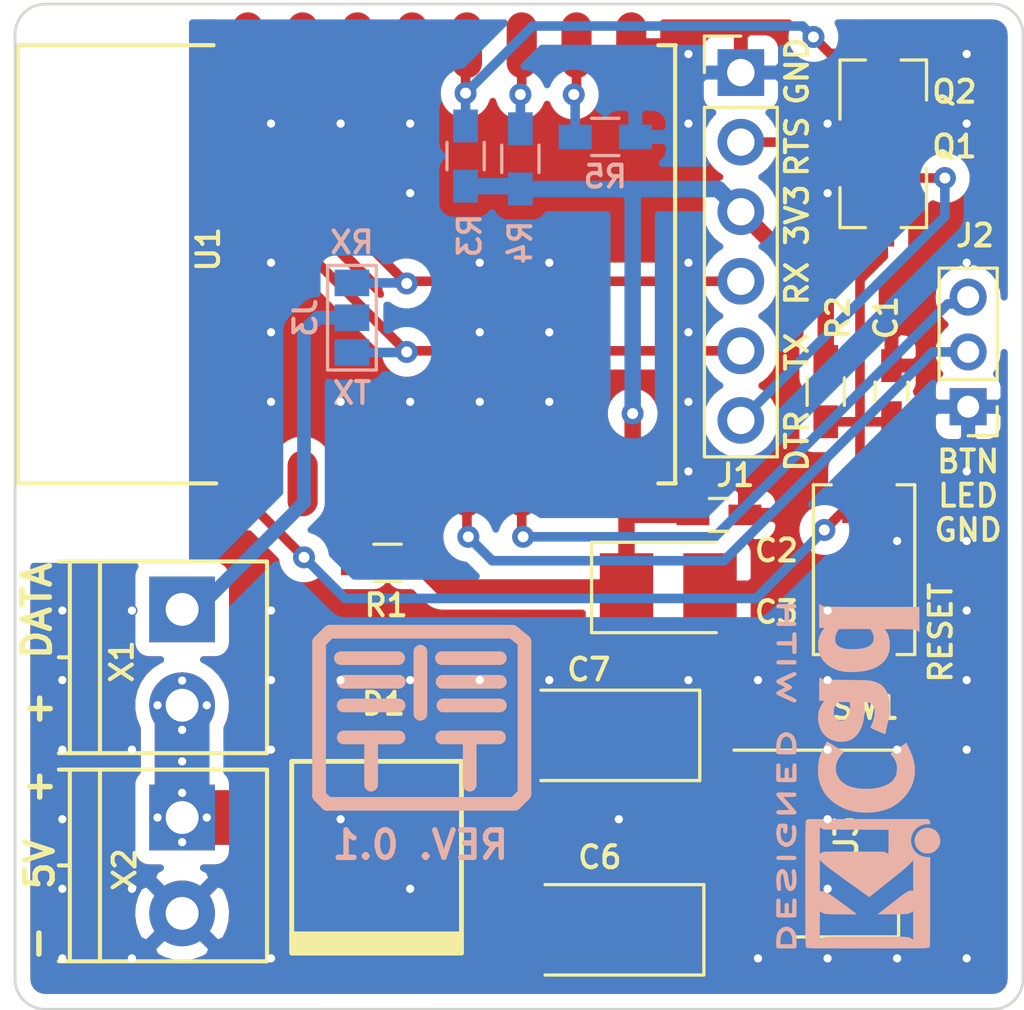
<source format=kicad_pcb>
(kicad_pcb (version 20170922) (host pcbnew "(2017-11-08 revision cd21218)-HEAD")
  (layers (0 F.Cu signal) (31 B.Cu signal) (34 B.Paste user) (35 F.Paste user) (36 B.SilkS user) (37 F.SilkS user) (38 B.Mask user) (39 F.Mask user) (44 Edge.Cuts user))
  (net 0 "")
  (net 1 GND)
  (net 2 +3V3)
  (net 3 "Net-(C6-Pad1)")
  (net 4 /RESET)
  (net 5 "Net-(D1-Pad2)")
  (net 6 /RX)
  (net 7 /TX)
  (net 8 /DTR)
  (net 9 /LED_BTN_SIGNALING)
  (net 10 /LED_BTN)
  (net 11 /RTS)
  (net 12 /GPIO0)
  (net 13 /EN)
  (net 14 /GPIO2)
  (net 15 /GPIO15)
  (net 16 /WS2812_DATA)
  (module Symbols:KiCad-Logo2_6mm_SilkScreen (layer B.Cu) (at 142 84.5 90)
    (fp_text reference REF*** hide)
    (fp_text value KiCad-Logo2_6mm_SilkScreen hide)
  )
  (module myfootprints.pretty:my_logo (layer B.Cu) (at 126 83 180)
    (fp_text reference REF** hide)
    (fp_text value my_logo hide)
  )
  (module Pin_Headers:Pin_Header_Straight_1x03_Pitch2.00mm (layer F.Cu) (at 146 71 180)
    (fp_text reference J2 (at -0.25 6.25 180) (layer F.SilkS) (effects (font (size 0.8 0.8))))
    (fp_text value LED_BTN)
    (pad 3 thru_hole oval (at 0 4 180) (size 1.35 1.35) (drill 0.8) (layers *.Cu *.Mask) (net 10 /LED_BTN))
    (pad 2 thru_hole oval (at 0 2 180) (size 1.35 1.35) (drill 0.8) (layers *.Cu *.Mask) (net 9 /LED_BTN_SIGNALING))
    (pad 1 thru_hole rect (at 0 0 180) (size 1.35 1.35) (drill 0.8) (layers *.Cu *.Mask) (net 1 GND))
  )
  (module Capacitors_Tantalum_SMD:CP_Tantalum_Case-B_EIA-3528-21_Hand (layer F.Cu) (at 132.3 90.1 180)
    (fp_text reference C6 (at -0.25 2.65 180) (layer F.SilkS) (effects (font (size 0.8 0.8))))
    (fp_text value 22u hide)
    (pad 1 smd rect (at -2.15 0 180) (size 3.2 2.5) (layers F.Cu F.Paste F.Mask) (net 3 "Net-(C6-Pad1)"))
    (pad 2 smd rect (at 2.15 0 180) (size 3.2 2.5) (layers F.Cu F.Paste F.Mask) (net 1 GND))
  )
  (module Capacitors_Tantalum_SMD:CP_Tantalum_Case-B_EIA-3528-21_Hand (layer F.Cu) (at 132.15 83 180)
    (fp_text reference C7 (at 0 2.4 180) (layer F.SilkS) (effects (font (size 0.8 0.8))))
    (fp_text value 10u hide)
    (pad 2 smd rect (at 2.15 0 180) (size 3.2 2.5) (layers F.Cu F.Paste F.Mask) (net 1 GND))
    (pad 1 smd rect (at -2.15 0 180) (size 3.2 2.5) (layers F.Cu F.Paste F.Mask) (net 2 +3V3))
  )
  (module TO_SOT_Packages_SMD:SOT-223 (layer F.Cu) (at 141.55 86.95)
    (fp_text reference U3 (at 0 -0.2 -90) (layer F.SilkS) (effects (font (size 0.8 0.8))))
    (fp_text value AMS1117-3.3 hide)
    (pad 1 smd rect (at -3.15 -2.3) (size 2 1.5) (layers F.Cu F.Paste F.Mask) (net 1 GND))
    (pad 3 smd rect (at -3.15 2.3) (size 2 1.5) (layers F.Cu F.Paste F.Mask) (net 3 "Net-(C6-Pad1)"))
    (pad 2 smd rect (at -3.15 0) (size 2 1.5) (layers F.Cu F.Paste F.Mask) (net 2 +3V3))
    (pad 4 smd rect (at 3.15 0) (size 2 3.8) (layers F.Cu F.Paste F.Mask))
  )
  (module Capacitors_SMD:C_0603_HandSoldering (layer F.Cu) (at 143.2 70.45 90)
    (fp_text reference C1 (at 2.7 -0.2 90) (layer F.SilkS) (effects (font (size 0.8 0.8))))
    (fp_text value 100n)
    (pad 1 smd rect (at -0.95 0 90) (size 1.2 0.75) (layers F.Cu F.Paste F.Mask) (net 4 /RESET))
    (pad 2 smd rect (at 0.95 0 90) (size 1.2 0.75) (layers F.Cu F.Paste F.Mask) (net 1 GND))
  )
  (module Capacitors_SMD:C_0603_HandSoldering (layer F.Cu) (at 136.9 74.95)
    (fp_text reference C2 (at 2.1 1.3 180) (layer F.SilkS) (effects (font (size 0.8 0.8))))
    (fp_text value 100n)
    (pad 2 smd rect (at 0.95 0) (size 1.2 0.75) (layers F.Cu F.Paste F.Mask) (net 1 GND))
    (pad 1 smd rect (at -0.95 0) (size 1.2 0.75) (layers F.Cu F.Paste F.Mask) (net 2 +3V3))
  )
  (module Capacitors_Tantalum_SMD:CP_Tantalum_Case-B_EIA-3528-21_Reflow (layer F.Cu) (at 135.05 77.6)
    (fp_text reference C3 (at 3.95 0.9) (layer F.SilkS) (effects (font (size 0.8 0.8))))
    (fp_text value 22u)
    (pad 1 smd rect (at -1.525 0) (size 1.95 2.5) (layers F.Cu F.Paste F.Mask) (net 2 +3V3))
    (pad 2 smd rect (at 1.525 0) (size 1.95 2.5) (layers F.Cu F.Paste F.Mask) (net 1 GND))
  )
  (module w_smd_diode.pretty:do214ab (layer F.Cu) (at 124.4 87.45 270)
    (fp_text reference D1 (at -5.6 -0.25) (layer F.SilkS) (effects (font (size 0.8 0.8))))
    (fp_text value SS34 hide)
    (pad 2 smd rect (at 3.39852 0 270) (size 1.99898 3.19786) (layers F.Cu F.Paste F.Mask) (net 5 "Net-(D1-Pad2)"))
    (pad 1 smd rect (at -3.39852 0 270) (size 1.99898 3.19786) (layers F.Cu F.Paste F.Mask) (net 3 "Net-(C6-Pad1)"))
  )
  (module Pin_Headers:Pin_Header_Straight_1x06_Pitch2.54mm (layer F.Cu) (at 137.7 58.8)
    (fp_text reference J1 (at -0.2 14.7) (layer F.SilkS) (effects (font (size 0.8 0.8))))
    (fp_text value Conn_01x06)
    (pad 1 thru_hole rect (at 0 0) (size 1.7 1.7) (drill 1) (layers *.Cu *.Mask) (net 1 GND))
    (pad 2 thru_hole oval (at 0 2.54) (size 1.7 1.7) (drill 1) (layers *.Cu *.Mask) (net 11 /RTS))
    (pad 3 thru_hole oval (at 0 5.08) (size 1.7 1.7) (drill 1) (layers *.Cu *.Mask) (net 2 +3V3))
    (pad 4 thru_hole oval (at 0 7.62) (size 1.7 1.7) (drill 1) (layers *.Cu *.Mask) (net 6 /RX))
    (pad 5 thru_hole oval (at 0 10.16) (size 1.7 1.7) (drill 1) (layers *.Cu *.Mask) (net 7 /TX))
    (pad 6 thru_hole oval (at 0 12.7) (size 1.7 1.7) (drill 1) (layers *.Cu *.Mask) (net 8 /DTR))
  )
  (module TO_SOT_Packages_SMD:SOT-23 (layer F.Cu) (at 142.9 63.7 270)
    (fp_text reference Q1 (at -2.2 -2.6) (layer F.SilkS) (effects (font (size 0.8 0.8))))
    (fp_text value MMBT3904)
    (pad 3 smd rect (at 1 0 270) (size 0.9 0.8) (layers F.Cu F.Paste F.Mask) (net 4 /RESET))
    (pad 2 smd rect (at -1 0.95 270) (size 0.9 0.8) (layers F.Cu F.Paste F.Mask) (net 11 /RTS))
    (pad 1 smd rect (at -1 -0.95 270) (size 0.9 0.8) (layers F.Cu F.Paste F.Mask) (net 8 /DTR))
  )
  (module TO_SOT_Packages_SMD:SOT-23 (layer F.Cu) (at 142.9 59.1 90)
    (fp_text reference Q2 (at -0.4 2.6 180) (layer F.SilkS) (effects (font (size 0.8 0.8))))
    (fp_text value MMBT3904)
    (pad 1 smd rect (at -1 -0.95 90) (size 0.9 0.8) (layers F.Cu F.Paste F.Mask) (net 11 /RTS))
    (pad 2 smd rect (at -1 0.95 90) (size 0.9 0.8) (layers F.Cu F.Paste F.Mask) (net 8 /DTR))
    (pad 3 smd rect (at 1 0 90) (size 0.9 0.8) (layers F.Cu F.Paste F.Mask) (net 12 /GPIO0))
  )
  (module Resistors_SMD:R_0603_HandSoldering (layer F.Cu) (at 124.8 76.7)
    (fp_text reference R1 (at -0.05 1.55) (layer F.SilkS) (effects (font (size 0.8 0.8))))
    (fp_text value 10K)
    (pad 1 smd rect (at -1.1 0) (size 1.2 0.9) (layers F.Cu F.Paste F.Mask) (net 13 /EN))
    (pad 2 smd rect (at 1.1 0) (size 1.2 0.9) (layers F.Cu F.Paste F.Mask) (net 2 +3V3))
  )
  (module Resistors_SMD:R_0603_HandSoldering (layer F.Cu) (at 140.8 70.45 90)
    (fp_text reference R2 (at 2.7 0.45 90) (layer F.SilkS) (effects (font (size 0.8 0.8))))
    (fp_text value 10K)
    (pad 2 smd rect (at 1.1 0 90) (size 1.2 0.9) (layers F.Cu F.Paste F.Mask) (net 2 +3V3))
    (pad 1 smd rect (at -1.1 0 90) (size 1.2 0.9) (layers F.Cu F.Paste F.Mask) (net 4 /RESET))
  )
  (module Resistors_SMD:R_0603_HandSoldering (layer B.Cu) (at 127.65 61.85 270)
    (fp_text reference R3 (at 2.9 -0.15 270) (layer B.SilkS) (effects (font (size 0.8 0.8)) (justify mirror)))
    (fp_text value 10K)
    (pad 1 smd rect (at -1.1 0 270) (size 1.2 0.9) (layers B.Cu B.Paste B.Mask) (net 12 /GPIO0))
    (pad 2 smd rect (at 1.1 0 270) (size 1.2 0.9) (layers B.Cu B.Paste B.Mask) (net 2 +3V3))
  )
  (module Resistors_SMD:R_0603_HandSoldering (layer B.Cu) (at 129.65 61.95 270)
    (fp_text reference R4 (at 3.05 0 270) (layer B.SilkS) (effects (font (size 0.8 0.8)) (justify mirror)))
    (fp_text value 10K)
    (pad 2 smd rect (at 1.1 0 270) (size 1.2 0.9) (layers B.Cu B.Paste B.Mask) (net 2 +3V3))
    (pad 1 smd rect (at -1.1 0 270) (size 1.2 0.9) (layers B.Cu B.Paste B.Mask) (net 14 /GPIO2))
  )
  (module Resistors_SMD:R_0603_HandSoldering (layer B.Cu) (at 132.75 61.15)
    (fp_text reference R5 (at 0 1.45) (layer B.SilkS) (effects (font (size 0.8 0.8)) (justify mirror)))
    (fp_text value 10K)
    (pad 1 smd rect (at -1.1 0) (size 1.2 0.9) (layers B.Cu B.Paste B.Mask) (net 15 /GPIO15))
    (pad 2 smd rect (at 1.1 0) (size 1.2 0.9) (layers B.Cu B.Paste B.Mask) (net 1 GND))
  )
  (module Buttons_Switches_SMD:SW_SPST_EVQPE1 (layer F.Cu) (at 142.2 76.95 270)
    (fp_text reference SW1 (at 5.05 -0.05) (layer F.SilkS) (effects (font (size 0.8 0.8))))
    (fp_text value RESET (at 2.3 -2.8 270) (layer F.SilkS) (effects (font (size 0.8 0.8))))
    (pad 2 smd rect (at 2.7 0 270) (size 2 1.6) (layers F.Cu F.Paste F.Mask) (net 1 GND))
    (pad 1 smd rect (at -2.7 0 270) (size 2 1.6) (layers F.Cu F.Paste F.Mask) (net 4 /RESET))
  )
  (module myfootprints.pretty:ESP-12 (layer F.Cu) (at 119.7 73.8 90)
    (fp_text reference U1 (at 8.55 -1.45 -90) (layer F.SilkS) (effects (font (size 0.8 0.8))))
    (fp_text value ESP-12)
    (pad 16 smd oval (at 16 0 90) (size 2.4 1.1) (layers F.Cu F.Paste F.Mask) (net 7 /TX))
    (pad 15 smd oval (at 16 2 90) (size 2.4 1.1) (layers F.Cu F.Paste F.Mask) (net 6 /RX))
    (pad 14 smd oval (at 16 4 90) (size 2.4 1.1) (layers F.Cu F.Paste F.Mask))
    (pad 13 smd oval (at 16 6 90) (size 2.4 1.1) (layers F.Cu F.Paste F.Mask))
    (pad 12 smd oval (at 16 8 90) (size 2.4 1.1) (layers F.Cu F.Paste F.Mask) (net 12 /GPIO0))
    (pad 11 smd oval (at 16 10 90) (size 2.4 1.1) (layers F.Cu F.Paste F.Mask) (net 14 /GPIO2))
    (pad 10 smd oval (at 16 12 90) (size 2.4 1.1) (layers F.Cu F.Paste F.Mask) (net 15 /GPIO15))
    (pad 9 smd oval (at 16 14 90) (size 2.4 1.1) (layers F.Cu F.Paste F.Mask) (net 1 GND))
    (pad 8 smd oval (at 0 14 90) (size 2.4 1.1) (layers F.Cu F.Paste F.Mask) (net 2 +3V3))
    (pad 7 smd oval (at 0 12 90) (size 2.4 1.1) (layers F.Cu F.Paste F.Mask))
    (pad 6 smd oval (at 0 10 90) (size 2.4 1.1) (layers F.Cu F.Paste F.Mask) (net 10 /LED_BTN))
    (pad 5 smd oval (at 0 8 90) (size 2.4 1.1) (layers F.Cu F.Paste F.Mask) (net 9 /LED_BTN_SIGNALING))
    (pad 4 smd oval (at 0 6 90) (size 2.4 1.1) (layers F.Cu F.Paste F.Mask))
    (pad 3 smd oval (at 0 4 90) (size 2.4 1.1) (layers F.Cu F.Paste F.Mask) (net 13 /EN))
    (pad 2 smd oval (at 0 2 90) (size 2.4 1.1) (layers F.Cu F.Paste F.Mask))
    (pad 1 smd rect (at 0 0 90) (size 2.4 1.1) (layers F.Cu F.Paste F.Mask) (net 4 /RESET))
  )
  (module TerminalBlock_Phoenix:TerminalBlock_Phoenix_PT-3.5mm_2pol (layer F.Cu) (at 117.3 78.4 270)
    (fp_text reference X1 (at 1.9 2.2 270) (layer F.SilkS) (effects (font (size 0.8 0.8))))
    (fp_text value WS2812)
    (pad 2 thru_hole circle (at 3.5 0 270) (size 2.4 2.4) (drill 1.2) (layers *.Cu *.Mask) (net 5 "Net-(D1-Pad2)"))
    (pad 1 thru_hole rect (at 0 0 270) (size 2.4 2.4) (drill 1.2) (layers *.Cu *.Mask) (net 16 /WS2812_DATA))
  )
  (module TerminalBlock_Phoenix:TerminalBlock_Phoenix_PT-3.5mm_2pol (layer F.Cu) (at 117.3 86 270)
    (fp_text reference X2 (at 1.9 2.1 270) (layer F.SilkS) (effects (font (size 0.8 0.8))))
    (fp_text value 5V)
    (pad 1 thru_hole rect (at 0 0 270) (size 2.4 2.4) (drill 1.2) (layers *.Cu *.Mask) (net 5 "Net-(D1-Pad2)"))
    (pad 2 thru_hole circle (at 3.5 0 270) (size 2.4 2.4) (drill 1.2) (layers *.Cu *.Mask) (net 1 GND))
  )
  (module Connectors:GS3 (layer B.Cu) (at 123.5 67.75)
    (fp_text reference J3 (at -1.7 0 -90) (layer B.SilkS) (effects (font (size 0.8 0.8)) (justify mirror)))
    (fp_text value GS3)
    (pad 1 smd rect (at 0 1.27) (size 1.27 0.97) (layers B.Cu B.Paste B.Mask) (net 7 /TX))
    (pad 2 smd rect (at 0 0) (size 1.27 0.97) (layers B.Cu B.Paste B.Mask) (net 16 /WS2812_DATA))
    (pad 3 smd rect (at 0 -1.27) (size 1.27 0.97) (layers B.Cu B.Paste B.Mask) (net 6 /RX))
  )
  (module VIA_MATRIX (layer F.Cu) (at 135.7865 58.122143)
    (fp_text reference V10_1 hide)
    (fp_text value AUTO_VIA hide)
    (pad 1 thru_hole circle (at 0 0) (size 0.4 0.4) (drill 0.3) (layers *.Cu) (net 1 GND) (clearance 0.3))
  )
  (module VIA_MATRIX (layer F.Cu) (at 145.9465 58.122143)
    (fp_text reference V14_1 hide)
    (fp_text value AUTO_VIA hide)
    (pad 1 thru_hole circle (at 0 0) (size 0.4 0.4) (drill 0.3) (layers *.Cu) (net 1 GND) (clearance 0.3))
  )
  (module VIA_MATRIX (layer F.Cu) (at 120.5465 60.662143)
    (fp_text reference V4_2 hide)
    (fp_text value AUTO_VIA hide)
    (pad 1 thru_hole circle (at 0 0) (size 0.4 0.4) (drill 0.3) (layers *.Cu) (net 1 GND) (clearance 0.3))
  )
  (module VIA_MATRIX (layer F.Cu) (at 123.0865 60.662143)
    (fp_text reference V5_2 hide)
    (fp_text value AUTO_VIA hide)
    (pad 1 thru_hole circle (at 0 0) (size 0.4 0.4) (drill 0.3) (layers *.Cu) (net 1 GND) (clearance 0.3))
  )
  (module VIA_MATRIX (layer F.Cu) (at 125.6265 60.662143)
    (fp_text reference V6_2 hide)
    (fp_text value AUTO_VIA hide)
    (pad 1 thru_hole circle (at 0 0) (size 0.4 0.4) (drill 0.3) (layers *.Cu) (net 1 GND) (clearance 0.3))
  )
  (module VIA_MATRIX (layer F.Cu) (at 135.7865 60.662143)
    (fp_text reference V10_2 hide)
    (fp_text value AUTO_VIA hide)
    (pad 1 thru_hole circle (at 0 0) (size 0.4 0.4) (drill 0.3) (layers *.Cu) (net 1 GND) (clearance 0.3))
  )
  (module VIA_MATRIX (layer F.Cu) (at 140.8665 60.662143)
    (fp_text reference V12_2 hide)
    (fp_text value AUTO_VIA hide)
    (pad 1 thru_hole circle (at 0 0) (size 0.4 0.4) (drill 0.3) (layers *.Cu) (net 1 GND) (clearance 0.3))
  )
  (module VIA_MATRIX (layer F.Cu) (at 145.9465 60.662143)
    (fp_text reference V14_2 hide)
    (fp_text value AUTO_VIA hide)
    (pad 1 thru_hole circle (at 0 0) (size 0.4 0.4) (drill 0.3) (layers *.Cu) (net 1 GND) (clearance 0.3))
  )
  (module VIA_MATRIX (layer F.Cu) (at 125.6265 63.202143)
    (fp_text reference V6_3 hide)
    (fp_text value AUTO_VIA hide)
    (pad 1 thru_hole circle (at 0 0) (size 0.4 0.4) (drill 0.3) (layers *.Cu) (net 1 GND) (clearance 0.3))
  )
  (module VIA_MATRIX (layer F.Cu) (at 140.8665 63.202143)
    (fp_text reference V12_3 hide)
    (fp_text value AUTO_VIA hide)
    (pad 1 thru_hole circle (at 0 0) (size 0.4 0.4) (drill 0.3) (layers *.Cu) (net 1 GND) (clearance 0.3))
  )
  (module VIA_MATRIX (layer F.Cu) (at 120.5465 65.742143)
    (fp_text reference V4_4 hide)
    (fp_text value AUTO_VIA hide)
    (pad 1 thru_hole circle (at 0 0) (size 0.4 0.4) (drill 0.3) (layers *.Cu) (net 1 GND) (clearance 0.3))
  )
  (module VIA_MATRIX (layer F.Cu) (at 128.1665 65.742143)
    (fp_text reference V7_4 hide)
    (fp_text value AUTO_VIA hide)
    (pad 1 thru_hole circle (at 0 0) (size 0.4 0.4) (drill 0.3) (layers *.Cu) (net 1 GND) (clearance 0.3))
  )
  (module VIA_MATRIX (layer F.Cu) (at 130.7065 65.742143)
    (fp_text reference V8_4 hide)
    (fp_text value AUTO_VIA hide)
    (pad 1 thru_hole circle (at 0 0) (size 0.4 0.4) (drill 0.3) (layers *.Cu) (net 1 GND) (clearance 0.3))
  )
  (module VIA_MATRIX (layer F.Cu) (at 135.7865 65.742143)
    (fp_text reference V10_4 hide)
    (fp_text value AUTO_VIA hide)
    (pad 1 thru_hole circle (at 0 0) (size 0.4 0.4) (drill 0.3) (layers *.Cu) (net 1 GND) (clearance 0.3))
  )
  (module VIA_MATRIX (layer F.Cu) (at 145.9465 65.742143)
    (fp_text reference V14_4 hide)
    (fp_text value AUTO_VIA hide)
    (pad 1 thru_hole circle (at 0 0) (size 0.4 0.4) (drill 0.3) (layers *.Cu) (net 1 GND) (clearance 0.3))
  )
  (module VIA_MATRIX (layer F.Cu) (at 120.5465 68.282143)
    (fp_text reference V4_5 hide)
    (fp_text value AUTO_VIA hide)
    (pad 1 thru_hole circle (at 0 0) (size 0.4 0.4) (drill 0.3) (layers *.Cu) (net 1 GND) (clearance 0.3))
  )
  (module VIA_MATRIX (layer F.Cu) (at 128.1665 68.282143)
    (fp_text reference V7_5 hide)
    (fp_text value AUTO_VIA hide)
    (pad 1 thru_hole circle (at 0 0) (size 0.4 0.4) (drill 0.3) (layers *.Cu) (net 1 GND) (clearance 0.3))
  )
  (module VIA_MATRIX (layer F.Cu) (at 130.7065 68.282143)
    (fp_text reference V8_5 hide)
    (fp_text value AUTO_VIA hide)
    (pad 1 thru_hole circle (at 0 0) (size 0.4 0.4) (drill 0.3) (layers *.Cu) (net 1 GND) (clearance 0.3))
  )
  (module VIA_MATRIX (layer F.Cu) (at 135.7865 68.282143)
    (fp_text reference V10_5 hide)
    (fp_text value AUTO_VIA hide)
    (pad 1 thru_hole circle (at 0 0) (size 0.4 0.4) (drill 0.3) (layers *.Cu) (net 1 GND) (clearance 0.3))
  )
  (module VIA_MATRIX (layer F.Cu) (at 120.5465 70.822143)
    (fp_text reference V4_6 hide)
    (fp_text value AUTO_VIA hide)
    (pad 1 thru_hole circle (at 0 0) (size 0.4 0.4) (drill 0.3) (layers *.Cu) (net 1 GND) (clearance 0.3))
  )
  (module VIA_MATRIX (layer F.Cu) (at 123.0865 70.822143)
    (fp_text reference V5_6 hide)
    (fp_text value AUTO_VIA hide)
    (pad 1 thru_hole circle (at 0 0) (size 0.4 0.4) (drill 0.3) (layers *.Cu) (net 1 GND) (clearance 0.3))
  )
  (module VIA_MATRIX (layer F.Cu) (at 125.6265 70.822143)
    (fp_text reference V6_6 hide)
    (fp_text value AUTO_VIA hide)
    (pad 1 thru_hole circle (at 0 0) (size 0.4 0.4) (drill 0.3) (layers *.Cu) (net 1 GND) (clearance 0.3))
  )
  (module VIA_MATRIX (layer F.Cu) (at 128.1665 70.822143)
    (fp_text reference V7_6 hide)
    (fp_text value AUTO_VIA hide)
    (pad 1 thru_hole circle (at 0 0) (size 0.4 0.4) (drill 0.3) (layers *.Cu) (net 1 GND) (clearance 0.3))
  )
  (module VIA_MATRIX (layer F.Cu) (at 130.7065 70.822143)
    (fp_text reference V8_6 hide)
    (fp_text value AUTO_VIA hide)
    (pad 1 thru_hole circle (at 0 0) (size 0.4 0.4) (drill 0.3) (layers *.Cu) (net 1 GND) (clearance 0.3))
  )
  (module VIA_MATRIX (layer F.Cu) (at 135.7865 70.822143)
    (fp_text reference V10_6 hide)
    (fp_text value AUTO_VIA hide)
    (pad 1 thru_hole circle (at 0 0) (size 0.4 0.4) (drill 0.3) (layers *.Cu) (net 1 GND) (clearance 0.3))
  )
  (module VIA_MATRIX (layer F.Cu) (at 135.7865 73.362143)
    (fp_text reference V10_7 hide)
    (fp_text value AUTO_VIA hide)
    (pad 1 thru_hole circle (at 0 0) (size 0.4 0.4) (drill 0.3) (layers *.Cu) (net 1 GND) (clearance 0.3))
  )
  (module VIA_MATRIX (layer F.Cu) (at 145.9465 73.362143)
    (fp_text reference V14_7 hide)
    (fp_text value AUTO_VIA hide)
    (pad 1 thru_hole circle (at 0 0) (size 0.4 0.4) (drill 0.3) (layers *.Cu) (net 1 GND) (clearance 0.3))
  )
  (module VIA_MATRIX (layer F.Cu) (at 143.4065 75.902143)
    (fp_text reference V13_8 hide)
    (fp_text value AUTO_VIA hide)
    (pad 1 thru_hole circle (at 0 0) (size 0.4 0.4) (drill 0.3) (layers *.Cu) (net 1 GND) (clearance 0.3))
  )
  (module VIA_MATRIX (layer F.Cu) (at 145.9465 75.902143)
    (fp_text reference V14_8 hide)
    (fp_text value AUTO_VIA hide)
    (pad 1 thru_hole circle (at 0 0) (size 0.4 0.4) (drill 0.3) (layers *.Cu) (net 1 GND) (clearance 0.3))
  )
  (module VIA_MATRIX (layer F.Cu) (at 112.9265 78.442143)
    (fp_text reference V1_9 hide)
    (fp_text value AUTO_VIA hide)
    (pad 1 thru_hole circle (at 0 0) (size 0.4 0.4) (drill 0.3) (layers *.Cu) (net 1 GND) (clearance 0.3))
  )
  (module VIA_MATRIX (layer F.Cu) (at 115.4665 78.442143)
    (fp_text reference V2_9 hide)
    (fp_text value AUTO_VIA hide)
    (pad 1 thru_hole circle (at 0 0) (size 0.4 0.4) (drill 0.3) (layers *.Cu) (net 1 GND) (clearance 0.3))
  )
  (module VIA_MATRIX (layer F.Cu) (at 120.5465 78.442143)
    (fp_text reference V4_9 hide)
    (fp_text value AUTO_VIA hide)
    (pad 1 thru_hole circle (at 0 0) (size 0.4 0.4) (drill 0.3) (layers *.Cu) (net 1 GND) (clearance 0.3))
  )
  (module VIA_MATRIX (layer F.Cu) (at 140.8665 78.442143)
    (fp_text reference V12_9 hide)
    (fp_text value AUTO_VIA hide)
    (pad 1 thru_hole circle (at 0 0) (size 0.4 0.4) (drill 0.3) (layers *.Cu) (net 1 GND) (clearance 0.3))
  )
  (module VIA_MATRIX (layer F.Cu) (at 145.9465 78.442143)
    (fp_text reference V14_9 hide)
    (fp_text value AUTO_VIA hide)
    (pad 1 thru_hole circle (at 0 0) (size 0.4 0.4) (drill 0.3) (layers *.Cu) (net 1 GND) (clearance 0.3))
  )
  (module VIA_MATRIX (layer F.Cu) (at 112.9265 80.982143)
    (fp_text reference V1_10 hide)
    (fp_text value AUTO_VIA hide)
    (pad 1 thru_hole circle (at 0 0) (size 0.4 0.4) (drill 0.3) (layers *.Cu) (net 1 GND) (clearance 0.3))
  )
  (module VIA_MATRIX (layer F.Cu) (at 120.5465 80.982143)
    (fp_text reference V4_10 hide)
    (fp_text value AUTO_VIA hide)
    (pad 1 thru_hole circle (at 0 0) (size 0.4 0.4) (drill 0.3) (layers *.Cu) (net 1 GND) (clearance 0.3))
  )
  (module VIA_MATRIX (layer F.Cu) (at 123.0865 80.982143)
    (fp_text reference V5_10 hide)
    (fp_text value AUTO_VIA hide)
    (pad 1 thru_hole circle (at 0 0) (size 0.4 0.4) (drill 0.3) (layers *.Cu) (net 1 GND) (clearance 0.3))
  )
  (module VIA_MATRIX (layer F.Cu) (at 125.6265 80.982143)
    (fp_text reference V6_10 hide)
    (fp_text value AUTO_VIA hide)
    (pad 1 thru_hole circle (at 0 0) (size 0.4 0.4) (drill 0.3) (layers *.Cu) (net 1 GND) (clearance 0.3))
  )
  (module VIA_MATRIX (layer F.Cu) (at 128.1665 80.982143)
    (fp_text reference V7_10 hide)
    (fp_text value AUTO_VIA hide)
    (pad 1 thru_hole circle (at 0 0) (size 0.4 0.4) (drill 0.3) (layers *.Cu) (net 1 GND) (clearance 0.3))
  )
  (module VIA_MATRIX (layer F.Cu) (at 130.7065 80.982143)
    (fp_text reference V8_10 hide)
    (fp_text value AUTO_VIA hide)
    (pad 1 thru_hole circle (at 0 0) (size 0.4 0.4) (drill 0.3) (layers *.Cu) (net 1 GND) (clearance 0.3))
  )
  (module VIA_MATRIX (layer F.Cu) (at 135.7865 80.982143)
    (fp_text reference V10_10 hide)
    (fp_text value AUTO_VIA hide)
    (pad 1 thru_hole circle (at 0 0) (size 0.4 0.4) (drill 0.3) (layers *.Cu) (net 1 GND) (clearance 0.3))
  )
  (module VIA_MATRIX (layer F.Cu) (at 138.3265 80.982143)
    (fp_text reference V11_10 hide)
    (fp_text value AUTO_VIA hide)
    (pad 1 thru_hole circle (at 0 0) (size 0.4 0.4) (drill 0.3) (layers *.Cu) (net 1 GND) (clearance 0.3))
  )
  (module VIA_MATRIX (layer F.Cu) (at 140.8665 80.982143)
    (fp_text reference V12_10 hide)
    (fp_text value AUTO_VIA hide)
    (pad 1 thru_hole circle (at 0 0) (size 0.4 0.4) (drill 0.3) (layers *.Cu) (net 1 GND) (clearance 0.3))
  )
  (module VIA_MATRIX (layer F.Cu) (at 145.9465 80.982143)
    (fp_text reference V14_10 hide)
    (fp_text value AUTO_VIA hide)
    (pad 1 thru_hole circle (at 0 0) (size 0.4 0.4) (drill 0.3) (layers *.Cu) (net 1 GND) (clearance 0.3))
  )
  (module VIA_MATRIX (layer F.Cu) (at 112.9265 83.522143)
    (fp_text reference V1_11 hide)
    (fp_text value AUTO_VIA hide)
    (pad 1 thru_hole circle (at 0 0) (size 0.4 0.4) (drill 0.3) (layers *.Cu) (net 1 GND) (clearance 0.3))
  )
  (module VIA_MATRIX (layer F.Cu) (at 115.4665 83.522143)
    (fp_text reference V2_11 hide)
    (fp_text value AUTO_VIA hide)
    (pad 1 thru_hole circle (at 0 0) (size 0.4 0.4) (drill 0.3) (layers *.Cu) (net 1 GND) (clearance 0.3))
  )
  (module VIA_MATRIX (layer F.Cu) (at 120.5465 83.522143)
    (fp_text reference V4_11 hide)
    (fp_text value AUTO_VIA hide)
    (pad 1 thru_hole circle (at 0 0) (size 0.4 0.4) (drill 0.3) (layers *.Cu) (net 1 GND) (clearance 0.3))
  )
  (module VIA_MATRIX (layer F.Cu) (at 140.8665 83.522143)
    (fp_text reference V12_11 hide)
    (fp_text value AUTO_VIA hide)
    (pad 1 thru_hole circle (at 0 0) (size 0.4 0.4) (drill 0.3) (layers *.Cu) (net 1 GND) (clearance 0.3))
  )
  (module VIA_MATRIX (layer F.Cu) (at 143.4065 83.522143)
    (fp_text reference V13_11 hide)
    (fp_text value AUTO_VIA hide)
    (pad 1 thru_hole circle (at 0 0) (size 0.4 0.4) (drill 0.3) (layers *.Cu) (net 1 GND) (clearance 0.3))
  )
  (module VIA_MATRIX (layer F.Cu) (at 145.9465 83.522143)
    (fp_text reference V14_11 hide)
    (fp_text value AUTO_VIA hide)
    (pad 1 thru_hole circle (at 0 0) (size 0.4 0.4) (drill 0.3) (layers *.Cu) (net 1 GND) (clearance 0.3))
  )
  (module VIA_MATRIX (layer F.Cu) (at 112.9265 86.062143)
    (fp_text reference V1_12 hide)
    (fp_text value AUTO_VIA hide)
    (pad 1 thru_hole circle (at 0 0) (size 0.4 0.4) (drill 0.3) (layers *.Cu) (net 1 GND) (clearance 0.3))
  )
  (module VIA_MATRIX (layer F.Cu) (at 123.0865 86.062143)
    (fp_text reference V5_12 hide)
    (fp_text value AUTO_VIA hide)
    (pad 1 thru_hole circle (at 0 0) (size 0.4 0.4) (drill 0.3) (layers *.Cu) (net 1 GND) (clearance 0.3))
  )
  (module VIA_MATRIX (layer F.Cu) (at 133.2465 86.062143)
    (fp_text reference V9_12 hide)
    (fp_text value AUTO_VIA hide)
    (pad 1 thru_hole circle (at 0 0) (size 0.4 0.4) (drill 0.3) (layers *.Cu) (net 1 GND) (clearance 0.3))
  )
  (module VIA_MATRIX (layer F.Cu) (at 140.8665 86.062143)
    (fp_text reference V12_12 hide)
    (fp_text value AUTO_VIA hide)
    (pad 1 thru_hole circle (at 0 0) (size 0.4 0.4) (drill 0.3) (layers *.Cu) (net 1 GND) (clearance 0.3))
  )
  (module VIA_MATRIX (layer F.Cu) (at 112.9265 88.602143)
    (fp_text reference V1_13 hide)
    (fp_text value AUTO_VIA hide)
    (pad 1 thru_hole circle (at 0 0) (size 0.4 0.4) (drill 0.3) (layers *.Cu) (net 1 GND) (clearance 0.3))
  )
  (module VIA_MATRIX (layer F.Cu) (at 115.4665 88.602143)
    (fp_text reference V2_13 hide)
    (fp_text value AUTO_VIA hide)
    (pad 1 thru_hole circle (at 0 0) (size 0.4 0.4) (drill 0.3) (layers *.Cu) (net 1 GND) (clearance 0.3))
  )
  (module VIA_MATRIX (layer F.Cu) (at 125.6265 88.602143)
    (fp_text reference V6_13 hide)
    (fp_text value AUTO_VIA hide)
    (pad 1 thru_hole circle (at 0 0) (size 0.4 0.4) (drill 0.3) (layers *.Cu) (net 1 GND) (clearance 0.3))
  )
  (module VIA_MATRIX (layer F.Cu) (at 140.8665 88.602143)
    (fp_text reference V12_13 hide)
    (fp_text value AUTO_VIA hide)
    (pad 1 thru_hole circle (at 0 0) (size 0.4 0.4) (drill 0.3) (layers *.Cu) (net 1 GND) (clearance 0.3))
  )
  (module VIA_MATRIX (layer F.Cu) (at 112.9265 91.142143)
    (fp_text reference V1_14 hide)
    (fp_text value AUTO_VIA hide)
    (pad 1 thru_hole circle (at 0 0) (size 0.4 0.4) (drill 0.3) (layers *.Cu) (net 1 GND) (clearance 0.3))
  )
  (module VIA_MATRIX (layer F.Cu) (at 115.4665 91.142143)
    (fp_text reference V2_14 hide)
    (fp_text value AUTO_VIA hide)
    (pad 1 thru_hole circle (at 0 0) (size 0.4 0.4) (drill 0.3) (layers *.Cu) (net 1 GND) (clearance 0.3))
  )
  (module VIA_MATRIX (layer F.Cu) (at 120.5465 91.142143)
    (fp_text reference V4_14 hide)
    (fp_text value AUTO_VIA hide)
    (pad 1 thru_hole circle (at 0 0) (size 0.4 0.4) (drill 0.3) (layers *.Cu) (net 1 GND) (clearance 0.3))
  )
  (module VIA_MATRIX (layer F.Cu) (at 138.3265 91.142143)
    (fp_text reference V11_14 hide)
    (fp_text value AUTO_VIA hide)
    (pad 1 thru_hole circle (at 0 0) (size 0.4 0.4) (drill 0.3) (layers *.Cu) (net 1 GND) (clearance 0.3))
  )
  (module VIA_MATRIX (layer F.Cu) (at 140.8665 91.142143)
    (fp_text reference V12_14 hide)
    (fp_text value AUTO_VIA hide)
    (pad 1 thru_hole circle (at 0 0) (size 0.4 0.4) (drill 0.3) (layers *.Cu) (net 1 GND) (clearance 0.3))
  )
  (module VIA_MATRIX (layer F.Cu) (at 143.4065 91.142143)
    (fp_text reference V13_14 hide)
    (fp_text value AUTO_VIA hide)
    (pad 1 thru_hole circle (at 0 0) (size 0.4 0.4) (drill 0.3) (layers *.Cu) (net 1 GND) (clearance 0.3))
  )
  (module VIA_MATRIX (layer F.Cu) (at 145.9465 91.142143)
    (fp_text reference V14_14 hide)
    (fp_text value AUTO_VIA hide)
    (pad 1 thru_hole circle (at 0 0) (size 0.4 0.4) (drill 0.3) (layers *.Cu) (net 1 GND) (clearance 0.3))
  )
  (gr_text GND (at 146 75.5) (layer F.SilkS) (effects (font (size 0.8 0.8))))
  (gr_text LED (at 146 74.25) (layer F.SilkS) (effects (font (size 0.8 0.8))))
  (gr_text BTN (at 146 73) (layer F.SilkS) (effects (font (size 0.8 0.8))))
  (gr_text GND (at 139.75 58.75 90) (layer F.SilkS) (effects (font (size 0.8 0.8))))
  (gr_text RTS (at 139.75 61.5 90) (layer F.SilkS) (effects (font (size 0.8 0.8))))
  (gr_text 3V3 (at 139.75 64 90) (layer F.SilkS) (effects (font (size 0.8 0.8))))
  (gr_text RX (at 139.75 66.5 90) (layer F.SilkS) (effects (font (size 0.8 0.8))))
  (gr_text TX (at 139.75 69 90) (layer F.SilkS) (effects (font (size 0.8 0.8))))
  (gr_text DTR (at 139.75 72.25 90) (layer F.SilkS) (effects (font (size 0.8 0.8))))
  (gr_text RX (at 123.5 65) (layer B.SilkS) (effects (font (size 0.8 0.8)) (justify mirror)))
  (gr_text TX (at 123.5 70.5) (layer B.SilkS) (effects (font (size 0.8 0.8)) (justify mirror)))
  (gr_text DATA (at 112 78.45 90) (layer F.SilkS) (effects (font (size 1 1) (thickness 0.2))))
  (gr_text 5V (at 112.1 87.7 90) (layer F.SilkS) (effects (font (size 1 1) (thickness 0.2))))
  (gr_text + (at 112.1 81.95) (layer F.SilkS) (effects (font (size 1 1) (thickness 0.2)) (justify mirror)))
  (gr_arc (start 146.9 91.9) (end 146.9 93) (angle -90) (layer Edge.Cuts) (width 0.1))
  (gr_arc (start 112.3 57.4) (end 112.3 56.3) (angle -90) (layer Edge.Cuts) (width 0.1))
  (gr_text "REV. 0.1" (at 126 87) (layer B.SilkS) (effects (font (size 1 1) (thickness 0.2)) (justify mirror)))
  (gr_text + (at 112.1 84.8) (layer F.SilkS) (effects (font (size 1 1) (thickness 0.2)) (justify mirror)))
  (gr_text - (at 112 90.6 90) (layer F.SilkS) (effects (font (size 1 1) (thickness 0.2)) (justify mirror)))
  (gr_arc (start 112.3 91.9) (end 111.2 91.9) (angle -90) (layer Edge.Cuts) (width 0.1))
  (gr_arc (start 146.9 57.4) (end 148 57.4) (angle -90) (layer Edge.Cuts) (width 0.1))
  (gr_line (start 111.2 91.90014) (end 111.2 57.4) (layer Edge.Cuts) (width 0.1))
  (gr_line (start 146.9 93) (end 112.29986 93) (layer Edge.Cuts) (width 0.1))
  (gr_line (start 148 57.39986) (end 148 91.9) (layer Edge.Cuts) (width 0.1))
  (gr_line (start 112.3 56.3) (end 146.9 56.3) (layer Edge.Cuts) (width 0.1))
  (segment (start 125.95 76.75) (end 125.9 76.7) (width 0.6) (layer F.Cu) (net 2))
  (segment (start 133.525 77.6) (end 126.8 77.6) (width 0.6) (layer F.Cu) (net 2))
  (segment (start 126.8 77.6) (end 125.95 76.75) (width 0.6) (layer F.Cu) (net 2))
  (segment (start 129.65 63.05) (end 133.5 63.05) (width 0.6) (layer B.Cu) (net 2))
  (segment (start 133.5 63.05) (end 136.87 63.05) (width 0.6) (layer B.Cu) (net 2))
  (segment (start 133.75 71.25) (end 133.75 63.3) (width 0.6) (layer B.Cu) (net 2))
  (segment (start 133.75 63.3) (end 133.5 63.05) (width 0.6) (layer B.Cu) (net 2))
  (segment (start 136.87 63.05) (end 137.7 63.88) (width 0.6) (layer B.Cu) (net 2))
  (segment (start 127.65 62.95) (end 129.55 62.95) (width 0.6) (layer B.Cu) (net 2))
  (segment (start 129.55 62.95) (end 129.65 63.05) (width 0.6) (layer B.Cu) (net 2))
  (segment (start 133.75 71.25) (end 133.75 73.75) (width 0.6) (layer F.Cu) (net 2))
  (via (at 133.75 71.25) (size 0.8) (drill 0.4) (layers F.Cu B.Cu) (net 2))
  (segment (start 133.75 73.75) (end 133.7 73.8) (width 0.35) (layer F.Cu) (net 2))
  (segment (start 131.2 86.5) (end 134.45 89.75) (width 1) (layer F.Cu) (net 3))
  (segment (start 124.99944 84.05148) (end 127.44796 86.5) (width 1) (layer F.Cu) (net 3))
  (segment (start 127.44796 86.5) (end 131.2 86.5) (width 1) (layer F.Cu) (net 3))
  (segment (start 124.4 84.05148) (end 124.99944 84.05148) (width 1) (layer F.Cu) (net 3))
  (segment (start 134.45 89.75) (end 134.45 90.1) (width 1) (layer F.Cu) (net 3))
  (segment (start 140.350001 75.899999) (end 140.75 75.5) (width 0.35) (layer B.Cu) (net 4))
  (segment (start 142.2 74.25) (end 142 74.25) (width 0.35) (layer F.Cu) (net 4))
  (segment (start 142 74.25) (end 140.75 75.5) (width 0.35) (layer F.Cu) (net 4))
  (via (at 121.749994 76.5) (size 0.8) (drill 0.4) (layers F.Cu B.Cu) (net 4))
  (segment (start 119.7 74.45) (end 121.749994 76.499994) (width 0.35) (layer F.Cu) (net 4))
  (segment (start 121.749994 76.499994) (end 121.749994 76.5) (width 0.35) (layer F.Cu) (net 4))
  (segment (start 138.25 78) (end 140.350001 75.899999) (width 0.35) (layer B.Cu) (net 4))
  (segment (start 123.249994 78) (end 138.25 78) (width 0.35) (layer B.Cu) (net 4))
  (segment (start 121.749994 76.5) (end 123.249994 78) (width 0.35) (layer B.Cu) (net 4))
  (via (at 140.75 75.5) (size 0.8) (drill 0.4) (layers F.Cu B.Cu) (net 4))
  (segment (start 142.2 74.25) (end 142.2 73.7) (width 0.35) (layer F.Cu) (net 4))
  (segment (start 142.2 73.7) (end 142 73.5) (width 0.35) (layer F.Cu) (net 4))
  (segment (start 142.05 73.45) (end 142.05 71.55) (width 0.35) (layer F.Cu) (net 4))
  (segment (start 142 73.5) (end 142.05 73.45) (width 0.35) (layer F.Cu) (net 4))
  (segment (start 142.9 64.7) (end 142.9 65.5) (width 0.35) (layer F.Cu) (net 4))
  (segment (start 119.7 73.8) (end 119.7 74.45) (width 0.35) (layer F.Cu) (net 4))
  (segment (start 143.05 71.55) (end 143.2 71.4) (width 0.35) (layer F.Cu) (net 4))
  (segment (start 140.8 71.55) (end 142.05 71.55) (width 0.35) (layer F.Cu) (net 4))
  (segment (start 142.05 71.55) (end 143.05 71.55) (width 0.35) (layer F.Cu) (net 4))
  (segment (start 142.05 66.35) (end 142.05 71.55) (width 0.35) (layer F.Cu) (net 4))
  (segment (start 142.9 65.5) (end 142.05 66.35) (width 0.35) (layer F.Cu) (net 4))
  (via (at 117.3 82.8) (size 0.6) (drill 0.3) (layers F.Cu B.Cu) (net 5))
  (via (at 117.3 81) (size 0.6) (drill 0.3) (layers F.Cu B.Cu) (net 5))
  (via (at 117.3 86.9) (size 0.6) (drill 0.3) (layers F.Cu B.Cu) (net 5))
  (via (at 117.3 85.1) (size 0.6) (drill 0.3) (layers F.Cu B.Cu) (net 5))
  (via (at 116.4 81.9) (size 0.6) (drill 0.3) (layers F.Cu B.Cu) (net 5))
  (via (at 118.2 86) (size 0.6) (drill 0.3) (layers F.Cu B.Cu) (net 5))
  (via (at 118.2 81.9) (size 0.6) (drill 0.3) (layers F.Cu B.Cu) (net 5))
  (via (at 116.4 86) (size 0.6) (drill 0.3) (layers F.Cu B.Cu) (net 5))
  (segment (start 117.3 83.95) (end 117.3 82.8) (width 0.35) (layer B.Cu) (net 5))
  (via (at 117.3 83.95) (size 0.6) (drill 0.3) (layers F.Cu B.Cu) (net 5))
  (segment (start 140.8 69.5) (end 140.8 69.35) (width 0.6) (layer F.Cu) (net 2))
  (segment (start 133.525 77.6) (end 133.525 75) (width 0.6) (layer F.Cu) (net 2))
  (segment (start 133.525 75) (end 133.525 73.975) (width 0.6) (layer F.Cu) (net 2))
  (segment (start 135.95 74.95) (end 133.575 74.95) (width 0.6) (layer F.Cu) (net 2))
  (segment (start 133.575 74.95) (end 133.525 75) (width 0.6) (layer F.Cu) (net 2))
  (segment (start 140.8 69.35) (end 140.8 66.98) (width 0.6) (layer F.Cu) (net 2))
  (segment (start 140.8 66.98) (end 137.7 63.88) (width 0.6) (layer F.Cu) (net 2))
  (segment (start 138.4 86.95) (end 137.35 86.95) (width 1) (layer F.Cu) (net 2))
  (segment (start 137.35 86.95) (end 134.3 83.9) (width 1) (layer F.Cu) (net 2))
  (segment (start 134.3 83.9) (end 134.3 83) (width 0.6) (layer F.Cu) (net 2))
  (segment (start 133.525 73.975) (end 133.7 73.8) (width 0.6) (layer F.Cu) (net 2))
  (segment (start 133.525 82.225) (end 134.3 83) (width 0.6) (layer F.Cu) (net 2))
  (segment (start 136.175 74.95) (end 135.95 74.95) (width 0.6) (layer F.Cu) (net 2))
  (segment (start 133.525 77.6) (end 133.525 82.225) (width 1) (layer F.Cu) (net 2))
  (segment (start 134.45 90.1) (end 137.55 90.1) (width 1) (layer F.Cu) (net 3))
  (segment (start 137.55 90.1) (end 138.4 89.25) (width 1) (layer F.Cu) (net 3))
  (segment (start 117.3 81.9) (end 117.3 86) (width 2) (layer B.Cu) (net 5))
  (segment (start 124.4 90.84852) (end 119.55148 86) (width 2) (layer F.Cu) (net 5))
  (segment (start 119.55148 86) (end 117.3 86) (width 2) (layer F.Cu) (net 5))
  (segment (start 117.3 81.9) (end 117.3 86) (width 2) (layer F.Cu) (net 5))
  (segment (start 121.7 62.700006) (end 125.100001 66.100007) (width 0.35) (layer F.Cu) (net 6))
  (segment (start 125.100001 66.100007) (end 125.5 66.500006) (width 0.35) (layer F.Cu) (net 6))
  (segment (start 125.580006 66.42) (end 125.5 66.500006) (width 0.35) (layer F.Cu) (net 6))
  (segment (start 125.479994 66.48) (end 125.5 66.500006) (width 0.35) (layer B.Cu) (net 6))
  (segment (start 123.5 66.48) (end 125.479994 66.48) (width 0.35) (layer B.Cu) (net 6))
  (segment (start 137.7 66.42) (end 125.580006 66.42) (width 0.35) (layer F.Cu) (net 6))
  (segment (start 121.7 57.8) (end 121.7 62.700006) (width 0.35) (layer F.Cu) (net 6))
  (via (at 125.5 66.500006) (size 0.8) (drill 0.4) (layers F.Cu B.Cu) (net 6))
  (segment (start 125.100001 68.600001) (end 125.5 69) (width 0.35) (layer F.Cu) (net 7))
  (segment (start 119.7 63.2) (end 125.100001 68.600001) (width 0.35) (layer F.Cu) (net 7))
  (segment (start 123.5 69.02) (end 125.48 69.02) (width 0.35) (layer B.Cu) (net 7))
  (segment (start 125.48 69.02) (end 125.5 69) (width 0.35) (layer B.Cu) (net 7))
  (segment (start 119.7 57.8) (end 119.7 63.2) (width 0.35) (layer F.Cu) (net 7))
  (segment (start 137.7 68.96) (end 125.54 68.96) (width 0.35) (layer F.Cu) (net 7))
  (segment (start 125.54 68.96) (end 125.5 69) (width 0.35) (layer F.Cu) (net 7))
  (via (at 125.5 69) (size 0.8) (drill 0.4) (layers F.Cu B.Cu) (net 7))
  (segment (start 143.85 62.7) (end 143.85 60.1) (width 0.35) (layer F.Cu) (net 8))
  (segment (start 145.15 62.65) (end 143.9 62.65) (width 0.35) (layer F.Cu) (net 8))
  (segment (start 143.9 62.65) (end 143.85 62.7) (width 0.35) (layer F.Cu) (net 8))
  (segment (start 137.7 71.5) (end 145.15 64.05) (width 0.35) (layer B.Cu) (net 8))
  (segment (start 145.15 64.05) (end 145.15 62.65) (width 0.35) (layer B.Cu) (net 8))
  (via (at 145.15 62.65) (size 0.8) (drill 0.4) (layers F.Cu B.Cu) (net 8))
  (segment (start 145.045406 69) (end 146 69) (width 0.35) (layer B.Cu) (net 9))
  (segment (start 144.704996 69) (end 145.045406 69) (width 0.35) (layer B.Cu) (net 9))
  (segment (start 137.079995 76.625001) (end 144.704996 69) (width 0.35) (layer B.Cu) (net 9))
  (segment (start 128.625001 76.625001) (end 137.079995 76.625001) (width 0.35) (layer B.Cu) (net 9))
  (segment (start 127.75 75.75) (end 128.625001 76.625001) (width 0.35) (layer B.Cu) (net 9))
  (segment (start 127.7 73.8) (end 127.7 75.7) (width 0.35) (layer F.Cu) (net 9))
  (segment (start 127.7 75.7) (end 127.75 75.75) (width 0.35) (layer F.Cu) (net 9))
  (via (at 127.75 75.75) (size 0.8) (drill 0.4) (layers F.Cu B.Cu) (net 9))
  (segment (start 129.75 75.75) (end 136.75 75.75) (width 0.35) (layer B.Cu) (net 10))
  (segment (start 136.75 75.75) (end 145.25 67.25) (width 0.35) (layer B.Cu) (net 10))
  (segment (start 145.25 67.25) (end 145.75 67.25) (width 0.35) (layer B.Cu) (net 10))
  (segment (start 145.75 67.25) (end 146 67) (width 0.35) (layer B.Cu) (net 10))
  (segment (start 129.7 73.8) (end 129.7 75.7) (width 0.35) (layer F.Cu) (net 10))
  (segment (start 129.7 75.7) (end 129.75 75.75) (width 0.35) (layer F.Cu) (net 10))
  (via (at 129.75 75.75) (size 0.8) (drill 0.4) (layers F.Cu B.Cu) (net 10))
  (segment (start 141.95 62.7) (end 141.95 61.3) (width 0.35) (layer F.Cu) (net 11))
  (segment (start 141.95 61.3) (end 141.95 60.1) (width 0.35) (layer F.Cu) (net 11))
  (segment (start 137.7 61.34) (end 141.91 61.34) (width 0.35) (layer F.Cu) (net 11))
  (segment (start 141.91 61.34) (end 141.95 61.3) (width 0.35) (layer F.Cu) (net 11))
  (segment (start 140.95 58.1) (end 140.749999 57.899999) (width 0.35) (layer F.Cu) (net 12))
  (segment (start 140.749999 57.899999) (end 140.35 57.5) (width 0.35) (layer F.Cu) (net 12))
  (segment (start 140.35 57.5) (end 139.950001 57.100001) (width 0.35) (layer B.Cu) (net 12))
  (segment (start 139.950001 57.100001) (end 130.099999 57.100001) (width 0.35) (layer B.Cu) (net 12))
  (segment (start 130.099999 57.100001) (end 127.65 59.55) (width 0.35) (layer B.Cu) (net 12))
  (segment (start 127.65 60.75) (end 127.65 60.6) (width 0.35) (layer B.Cu) (net 12))
  (segment (start 142.9 58.1) (end 140.95 58.1) (width 0.35) (layer F.Cu) (net 12))
  (via (at 140.35 57.5) (size 0.8) (drill 0.4) (layers F.Cu B.Cu) (net 12))
  (segment (start 127.65 59.55) (end 127.65 57.85) (width 0.35) (layer F.Cu) (net 12))
  (segment (start 127.65 57.85) (end 127.7 57.8) (width 0.35) (layer F.Cu) (net 12))
  (segment (start 127.65 60.75) (end 127.65 59.55) (width 0.35) (layer B.Cu) (net 12))
  (via (at 127.65 59.55) (size 0.8) (drill 0.4) (layers F.Cu B.Cu) (net 12))
  (segment (start 123.7 76.7) (end 123.7 73.8) (width 0.35) (layer F.Cu) (net 13))
  (segment (start 129.7 57.8) (end 129.7 59.549998) (width 0.35) (layer F.Cu) (net 14))
  (segment (start 129.7 59.549998) (end 129.65 59.599998) (width 0.35) (layer F.Cu) (net 14))
  (segment (start 129.65 60.85) (end 129.65 59.599998) (width 0.35) (layer B.Cu) (net 14))
  (via (at 129.65 59.599998) (size 0.8) (drill 0.4) (layers F.Cu B.Cu) (net 14))
  (segment (start 131.65 61.15) (end 131.65 59.65) (width 0.35) (layer B.Cu) (net 15))
  (segment (start 131.65 59.65) (end 131.6 59.6) (width 0.35) (layer B.Cu) (net 15))
  (segment (start 131.7 57.8) (end 131.7 59.5) (width 0.35) (layer F.Cu) (net 15))
  (segment (start 131.7 59.5) (end 131.6 59.6) (width 0.35) (layer F.Cu) (net 15))
  (via (at 131.6 59.6) (size 0.8) (drill 0.4) (layers F.Cu B.Cu) (net 15))
  (segment (start 121.75 68.25) (end 121.75 74.5) (width 0.5) (layer B.Cu) (net 16))
  (segment (start 121.75 74.5) (end 117.85 78.4) (width 0.5) (layer B.Cu) (net 16))
  (segment (start 123.5 67.75) (end 122.25 67.75) (width 0.5) (layer B.Cu) (net 16))
  (segment (start 122.25 67.75) (end 121.75 68.25) (width 0.5) (layer B.Cu) (net 16))
  (segment (start 117.85 78.4) (end 117.3 78.4) (width 0.5) (layer B.Cu) (net 16))
  (zone (net 1) (net_name GND) (layer B.Cu) (connect_pads (clearance 0.508)) (min_thickness 0.254) (fill yes (arc_segments 32) (thermal_gap 0.508) (thermal_bridge_width 0.508))
    (polygon (pts (xy 111.2 56.3) (xy 148 56.3) (xy 148 93) (xy 111.2 93)))
  )
  (zone (net 1) (net_name GND) (layer F.Cu) (connect_pads (clearance 0.508)) (min_thickness 0.254) (fill yes (arc_segments 32) (thermal_gap 0.508) (thermal_bridge_width 0.508))
    (polygon (pts (xy 111.2 56.3) (xy 148 56.3) (xy 148 93) (xy 111.2 93)))
  )
  (zone (net 0) (net_name "") (layer F.Cu) (connect_pads (clearance 0.508)) (min_thickness 0.254)
    (keepout (tracks allowed) (vias allowed) (copperpour not_allowed))
    (fill yes (arc_segments 16) (thermal_gap 0.508) (thermal_bridge_width 0.508))
    (polygon (pts (xy 110.7 56.15) (xy 117.6 56.15) (xy 117.6 76.748372) (xy 110.780523 76.751546)))
  )
  (zone (net 0) (net_name "") (layer B.Cu) (connect_pads (clearance 0.508)) (min_thickness 0.254)
    (keepout (tracks allowed) (vias allowed) (copperpour not_allowed))
    (fill yes (arc_segments 16) (thermal_gap 0.508) (thermal_bridge_width 0.508))
    (polygon (pts (xy 110.65 56.2) (xy 117.55 56.2) (xy 117.55 76.698416) (xy 110.730133 76.701593)))
  )
  (zone (net 0) (net_name "") (layer F.Cu) (connect_pads (clearance 0.508)) (min_thickness 0.254)
    (keepout (tracks allowed) (vias allowed) (copperpour not_allowed))
    (fill yes (arc_segments 16) (thermal_gap 0.508) (thermal_bridge_width 0.508))
    (polygon (pts (xy 128.05 88.815829) (xy 128.05 84.45) (xy 137.448998 84.45) (xy 137.451014 88.779086)))
  )
)
</source>
